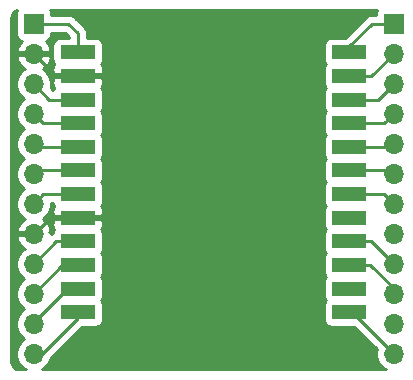
<source format=gbr>
%TF.GenerationSoftware,KiCad,Pcbnew,(5.1.12)-1*%
%TF.CreationDate,2022-06-22T11:17:58+02:00*%
%TF.ProjectId,ai-thinker-vc01,61692d74-6869-46e6-9b65-722d76633031,rev?*%
%TF.SameCoordinates,Original*%
%TF.FileFunction,Copper,L1,Top*%
%TF.FilePolarity,Positive*%
%FSLAX46Y46*%
G04 Gerber Fmt 4.6, Leading zero omitted, Abs format (unit mm)*
G04 Created by KiCad (PCBNEW (5.1.12)-1) date 2022-06-22 11:17:58*
%MOMM*%
%LPD*%
G01*
G04 APERTURE LIST*
%TA.AperFunction,ComponentPad*%
%ADD10O,1.700000X1.700000*%
%TD*%
%TA.AperFunction,ComponentPad*%
%ADD11R,1.700000X1.700000*%
%TD*%
%TA.AperFunction,SMDPad,CuDef*%
%ADD12R,3.000000X1.200000*%
%TD*%
%TA.AperFunction,Conductor*%
%ADD13C,0.250000*%
%TD*%
%TA.AperFunction,Conductor*%
%ADD14C,0.254000*%
%TD*%
%TA.AperFunction,Conductor*%
%ADD15C,0.100000*%
%TD*%
G04 APERTURE END LIST*
D10*
%TO.P,J2,12*%
%TO.N,Net-(J2-Pad12)*%
X149860000Y-104695001D03*
%TO.P,J2,11*%
%TO.N,Net-(J2-Pad11)*%
X149860000Y-102155001D03*
%TO.P,J2,10*%
%TO.N,Net-(J2-Pad10)*%
X149860000Y-99615001D03*
%TO.P,J2,9*%
%TO.N,Net-(J2-Pad9)*%
X149860000Y-97075001D03*
%TO.P,J2,8*%
%TO.N,Net-(J2-Pad8)*%
X149860000Y-94535001D03*
%TO.P,J2,7*%
%TO.N,Net-(J2-Pad7)*%
X149860000Y-91995001D03*
%TO.P,J2,6*%
%TO.N,Net-(J2-Pad6)*%
X149860000Y-89455001D03*
%TO.P,J2,5*%
%TO.N,Net-(J2-Pad5)*%
X149860000Y-86915001D03*
%TO.P,J2,4*%
%TO.N,Net-(J2-Pad4)*%
X149860000Y-84375001D03*
%TO.P,J2,3*%
%TO.N,Net-(J2-Pad3)*%
X149860000Y-81835001D03*
%TO.P,J2,2*%
%TO.N,Net-(J2-Pad2)*%
X149860000Y-79295001D03*
D11*
%TO.P,J2,1*%
%TO.N,Net-(J2-Pad1)*%
X149860000Y-76755001D03*
%TD*%
%TO.P,J1,1*%
%TO.N,Net-(J1-Pad1)*%
X119380000Y-76755001D03*
D10*
%TO.P,J1,2*%
%TO.N,GND*%
X119380000Y-79295001D03*
%TO.P,J1,3*%
%TO.N,Net-(J1-Pad3)*%
X119380000Y-81835001D03*
%TO.P,J1,4*%
%TO.N,Net-(J1-Pad4)*%
X119380000Y-84375001D03*
%TO.P,J1,5*%
%TO.N,Net-(J1-Pad5)*%
X119380000Y-86915001D03*
%TO.P,J1,6*%
%TO.N,Net-(J1-Pad6)*%
X119380000Y-89455001D03*
%TO.P,J1,7*%
%TO.N,Net-(J1-Pad7)*%
X119380000Y-91995001D03*
%TO.P,J1,8*%
%TO.N,GND*%
X119380000Y-94535001D03*
%TO.P,J1,9*%
%TO.N,Net-(J1-Pad9)*%
X119380000Y-97075001D03*
%TO.P,J1,10*%
%TO.N,Net-(J1-Pad10)*%
X119380000Y-99615001D03*
%TO.P,J1,11*%
%TO.N,Net-(J1-Pad11)*%
X119380000Y-102155001D03*
%TO.P,J1,12*%
%TO.N,Net-(J1-Pad12)*%
X119380000Y-104695001D03*
%TD*%
D12*
%TO.P,U1,24*%
%TO.N,Net-(J2-Pad1)*%
X146120000Y-79170000D03*
%TO.P,U1,23*%
%TO.N,Net-(J2-Pad2)*%
X146120000Y-81170000D03*
%TO.P,U1,22*%
%TO.N,Net-(J2-Pad3)*%
X146120000Y-83170000D03*
%TO.P,U1,21*%
%TO.N,Net-(J2-Pad4)*%
X146120000Y-85170000D03*
%TO.P,U1,20*%
%TO.N,Net-(J2-Pad5)*%
X146120000Y-87170000D03*
%TO.P,U1,19*%
%TO.N,Net-(J2-Pad6)*%
X146120000Y-89170000D03*
%TO.P,U1,18*%
%TO.N,Net-(J2-Pad7)*%
X146120000Y-91170000D03*
%TO.P,U1,17*%
%TO.N,Net-(U1-Pad17)*%
X146120000Y-93170000D03*
%TO.P,U1,16*%
%TO.N,Net-(J2-Pad9)*%
X146120000Y-95170000D03*
%TO.P,U1,15*%
%TO.N,Net-(J2-Pad10)*%
X146120000Y-97170000D03*
%TO.P,U1,14*%
%TO.N,Net-(U1-Pad14)*%
X146120000Y-99170000D03*
%TO.P,U1,13*%
%TO.N,Net-(J2-Pad12)*%
X146120000Y-101170000D03*
%TO.P,U1,12*%
%TO.N,Net-(J1-Pad12)*%
X123120000Y-101170000D03*
%TO.P,U1,11*%
%TO.N,Net-(J1-Pad11)*%
X123120000Y-99170000D03*
%TO.P,U1,10*%
%TO.N,Net-(J1-Pad10)*%
X123120000Y-97170000D03*
%TO.P,U1,9*%
%TO.N,Net-(J1-Pad9)*%
X123120000Y-95170000D03*
%TO.P,U1,8*%
%TO.N,GND*%
X123120000Y-93170000D03*
%TO.P,U1,7*%
%TO.N,Net-(J1-Pad7)*%
X123120000Y-91170000D03*
%TO.P,U1,6*%
%TO.N,Net-(J1-Pad6)*%
X123120000Y-89170000D03*
%TO.P,U1,5*%
%TO.N,Net-(J1-Pad5)*%
X123120000Y-87170000D03*
%TO.P,U1,4*%
%TO.N,Net-(J1-Pad4)*%
X123120000Y-85170000D03*
%TO.P,U1,3*%
%TO.N,Net-(J1-Pad3)*%
X123120000Y-83170000D03*
%TO.P,U1,2*%
%TO.N,GND*%
X123120000Y-81170000D03*
%TO.P,U1,1*%
%TO.N,Net-(J1-Pad1)*%
X123120000Y-79170000D03*
%TD*%
D13*
%TO.N,Net-(J1-Pad1)*%
X123120000Y-79170000D02*
X123120000Y-77540000D01*
X122335001Y-76755001D02*
X119380000Y-76755001D01*
X123120000Y-77540000D02*
X122335001Y-76755001D01*
%TO.N,Net-(J1-Pad3)*%
X120714999Y-83170000D02*
X119380000Y-81835001D01*
X123120000Y-83170000D02*
X120714999Y-83170000D01*
%TO.N,Net-(J1-Pad4)*%
X120174999Y-85170000D02*
X119380000Y-84375001D01*
X123120000Y-85170000D02*
X120174999Y-85170000D01*
%TO.N,Net-(J1-Pad5)*%
X119634999Y-87170000D02*
X119380000Y-86915001D01*
X123120000Y-87170000D02*
X119634999Y-87170000D01*
%TO.N,Net-(J1-Pad6)*%
X119665001Y-89170000D02*
X119380000Y-89455001D01*
X123120000Y-89170000D02*
X119665001Y-89170000D01*
%TO.N,Net-(J1-Pad7)*%
X120205001Y-91170000D02*
X119380000Y-91995001D01*
X123120000Y-91170000D02*
X120205001Y-91170000D01*
%TO.N,Net-(J1-Pad9)*%
X121285001Y-95170000D02*
X119380000Y-97075001D01*
X123120000Y-95170000D02*
X121285001Y-95170000D01*
%TO.N,Net-(J1-Pad10)*%
X121825001Y-97170000D02*
X119380000Y-99615001D01*
X123120000Y-97170000D02*
X121825001Y-97170000D01*
%TO.N,Net-(J1-Pad11)*%
X119380000Y-102010000D02*
X119380000Y-102155001D01*
X122220000Y-99170000D02*
X119380000Y-102010000D01*
X123120000Y-99170000D02*
X122220000Y-99170000D01*
%TO.N,Net-(J1-Pad12)*%
X123120000Y-101170000D02*
X123120000Y-101670000D01*
X120094999Y-104695001D02*
X119380000Y-104695001D01*
X123120000Y-101670000D02*
X120094999Y-104695001D01*
%TO.N,Net-(J2-Pad12)*%
X146334999Y-101170000D02*
X149860000Y-104695001D01*
X146120000Y-101170000D02*
X146334999Y-101170000D01*
%TO.N,Net-(J2-Pad10)*%
X149860000Y-99160000D02*
X149860000Y-99615001D01*
X147870000Y-97170000D02*
X149860000Y-99160000D01*
X146120000Y-97170000D02*
X147870000Y-97170000D01*
%TO.N,Net-(J2-Pad9)*%
X147954999Y-95170000D02*
X149860000Y-97075001D01*
X146120000Y-95170000D02*
X147954999Y-95170000D01*
%TO.N,Net-(J2-Pad7)*%
X149034999Y-91170000D02*
X149860000Y-91995001D01*
X146120000Y-91170000D02*
X149034999Y-91170000D01*
%TO.N,Net-(J2-Pad6)*%
X149574999Y-89170000D02*
X149860000Y-89455001D01*
X146120000Y-89170000D02*
X149574999Y-89170000D01*
%TO.N,Net-(J2-Pad5)*%
X149605001Y-87170000D02*
X149860000Y-86915001D01*
X146120000Y-87170000D02*
X149605001Y-87170000D01*
%TO.N,Net-(J2-Pad4)*%
X149065001Y-85170000D02*
X149860000Y-84375001D01*
X146120000Y-85170000D02*
X149065001Y-85170000D01*
%TO.N,Net-(J2-Pad3)*%
X148525001Y-83170000D02*
X149860000Y-81835001D01*
X146120000Y-83170000D02*
X148525001Y-83170000D01*
%TO.N,Net-(J2-Pad2)*%
X147985001Y-81170000D02*
X149860000Y-79295001D01*
X146120000Y-81170000D02*
X147985001Y-81170000D01*
%TO.N,Net-(J2-Pad1)*%
X146120000Y-79170000D02*
X146120000Y-78670000D01*
X148034999Y-76755001D02*
X149860000Y-76755001D01*
X146120000Y-78670000D02*
X148034999Y-76755001D01*
%TO.N,GND*%
X121254999Y-81170000D02*
X119380000Y-79295001D01*
X123120000Y-81170000D02*
X121254999Y-81170000D01*
X120745001Y-93170000D02*
X119380000Y-94535001D01*
X123120000Y-93170000D02*
X120745001Y-93170000D01*
X123120000Y-81170000D02*
X126890000Y-81170000D01*
X126890000Y-81170000D02*
X128270000Y-82550000D01*
X128270000Y-82550000D02*
X128270000Y-91440000D01*
X126540000Y-93170000D02*
X123120000Y-93170000D01*
X128270000Y-91440000D02*
X126540000Y-93170000D01*
%TD*%
D14*
%TO.N,GND*%
X148420498Y-75660821D02*
X148384188Y-75780519D01*
X148371928Y-75905001D01*
X148371928Y-75995001D01*
X148072332Y-75995001D01*
X148034999Y-75991324D01*
X147997666Y-75995001D01*
X147886013Y-76005998D01*
X147742752Y-76049455D01*
X147610723Y-76120027D01*
X147494998Y-76215000D01*
X147471200Y-76243998D01*
X145783271Y-77931928D01*
X144620000Y-77931928D01*
X144495518Y-77944188D01*
X144375820Y-77980498D01*
X144265506Y-78039463D01*
X144168815Y-78118815D01*
X144089463Y-78215506D01*
X144030498Y-78325820D01*
X143994188Y-78445518D01*
X143981928Y-78570000D01*
X143981928Y-79770000D01*
X143994188Y-79894482D01*
X144030498Y-80014180D01*
X144089463Y-80124494D01*
X144126809Y-80170000D01*
X144089463Y-80215506D01*
X144030498Y-80325820D01*
X143994188Y-80445518D01*
X143981928Y-80570000D01*
X143981928Y-81770000D01*
X143994188Y-81894482D01*
X144030498Y-82014180D01*
X144089463Y-82124494D01*
X144126809Y-82170000D01*
X144089463Y-82215506D01*
X144030498Y-82325820D01*
X143994188Y-82445518D01*
X143981928Y-82570000D01*
X143981928Y-83770000D01*
X143994188Y-83894482D01*
X144030498Y-84014180D01*
X144089463Y-84124494D01*
X144126809Y-84170000D01*
X144089463Y-84215506D01*
X144030498Y-84325820D01*
X143994188Y-84445518D01*
X143981928Y-84570000D01*
X143981928Y-85770000D01*
X143994188Y-85894482D01*
X144030498Y-86014180D01*
X144089463Y-86124494D01*
X144126809Y-86170000D01*
X144089463Y-86215506D01*
X144030498Y-86325820D01*
X143994188Y-86445518D01*
X143981928Y-86570000D01*
X143981928Y-87770000D01*
X143994188Y-87894482D01*
X144030498Y-88014180D01*
X144089463Y-88124494D01*
X144126809Y-88170000D01*
X144089463Y-88215506D01*
X144030498Y-88325820D01*
X143994188Y-88445518D01*
X143981928Y-88570000D01*
X143981928Y-89770000D01*
X143994188Y-89894482D01*
X144030498Y-90014180D01*
X144089463Y-90124494D01*
X144126809Y-90170000D01*
X144089463Y-90215506D01*
X144030498Y-90325820D01*
X143994188Y-90445518D01*
X143981928Y-90570000D01*
X143981928Y-91770000D01*
X143994188Y-91894482D01*
X144030498Y-92014180D01*
X144089463Y-92124494D01*
X144126809Y-92170000D01*
X144089463Y-92215506D01*
X144030498Y-92325820D01*
X143994188Y-92445518D01*
X143981928Y-92570000D01*
X143981928Y-93770000D01*
X143994188Y-93894482D01*
X144030498Y-94014180D01*
X144089463Y-94124494D01*
X144126809Y-94170000D01*
X144089463Y-94215506D01*
X144030498Y-94325820D01*
X143994188Y-94445518D01*
X143981928Y-94570000D01*
X143981928Y-95770000D01*
X143994188Y-95894482D01*
X144030498Y-96014180D01*
X144089463Y-96124494D01*
X144126809Y-96170000D01*
X144089463Y-96215506D01*
X144030498Y-96325820D01*
X143994188Y-96445518D01*
X143981928Y-96570000D01*
X143981928Y-97770000D01*
X143994188Y-97894482D01*
X144030498Y-98014180D01*
X144089463Y-98124494D01*
X144126809Y-98170000D01*
X144089463Y-98215506D01*
X144030498Y-98325820D01*
X143994188Y-98445518D01*
X143981928Y-98570000D01*
X143981928Y-99770000D01*
X143994188Y-99894482D01*
X144030498Y-100014180D01*
X144089463Y-100124494D01*
X144126809Y-100170000D01*
X144089463Y-100215506D01*
X144030498Y-100325820D01*
X143994188Y-100445518D01*
X143981928Y-100570000D01*
X143981928Y-101770000D01*
X143994188Y-101894482D01*
X144030498Y-102014180D01*
X144089463Y-102124494D01*
X144168815Y-102221185D01*
X144265506Y-102300537D01*
X144375820Y-102359502D01*
X144495518Y-102395812D01*
X144620000Y-102408072D01*
X146498270Y-102408072D01*
X148418790Y-104328593D01*
X148375000Y-104548741D01*
X148375000Y-104841261D01*
X148432068Y-105128159D01*
X148544010Y-105398412D01*
X148706525Y-105641633D01*
X148913368Y-105848476D01*
X149156589Y-106010991D01*
X149178339Y-106020000D01*
X120061661Y-106020000D01*
X120083411Y-106010991D01*
X120326632Y-105848476D01*
X120533475Y-105641633D01*
X120695990Y-105398412D01*
X120807932Y-105128159D01*
X120825634Y-105039167D01*
X123456731Y-102408072D01*
X124620000Y-102408072D01*
X124744482Y-102395812D01*
X124864180Y-102359502D01*
X124974494Y-102300537D01*
X125071185Y-102221185D01*
X125150537Y-102124494D01*
X125209502Y-102014180D01*
X125245812Y-101894482D01*
X125258072Y-101770000D01*
X125258072Y-100570000D01*
X125245812Y-100445518D01*
X125209502Y-100325820D01*
X125150537Y-100215506D01*
X125113191Y-100170000D01*
X125150537Y-100124494D01*
X125209502Y-100014180D01*
X125245812Y-99894482D01*
X125258072Y-99770000D01*
X125258072Y-98570000D01*
X125245812Y-98445518D01*
X125209502Y-98325820D01*
X125150537Y-98215506D01*
X125113191Y-98170000D01*
X125150537Y-98124494D01*
X125209502Y-98014180D01*
X125245812Y-97894482D01*
X125258072Y-97770000D01*
X125258072Y-96570000D01*
X125245812Y-96445518D01*
X125209502Y-96325820D01*
X125150537Y-96215506D01*
X125113191Y-96170000D01*
X125150537Y-96124494D01*
X125209502Y-96014180D01*
X125245812Y-95894482D01*
X125258072Y-95770000D01*
X125258072Y-94570000D01*
X125245812Y-94445518D01*
X125209502Y-94325820D01*
X125150537Y-94215506D01*
X125113191Y-94170000D01*
X125150537Y-94124494D01*
X125209502Y-94014180D01*
X125245812Y-93894482D01*
X125258072Y-93770000D01*
X125255000Y-93455750D01*
X125096250Y-93297000D01*
X123247000Y-93297000D01*
X123247000Y-93317000D01*
X122993000Y-93317000D01*
X122993000Y-93297000D01*
X121143750Y-93297000D01*
X120985000Y-93455750D01*
X120981928Y-93770000D01*
X120994188Y-93894482D01*
X121030498Y-94014180D01*
X121089463Y-94124494D01*
X121126809Y-94170000D01*
X121089463Y-94215506D01*
X121030498Y-94325820D01*
X120994188Y-94445518D01*
X120992299Y-94464697D01*
X120865000Y-94532741D01*
X120865000Y-94407999D01*
X120700156Y-94407999D01*
X120821476Y-94178111D01*
X120776825Y-94030902D01*
X120651641Y-93768081D01*
X120477588Y-93534732D01*
X120261355Y-93339823D01*
X120144466Y-93270196D01*
X120326632Y-93148476D01*
X120533475Y-92941633D01*
X120695990Y-92698412D01*
X120807932Y-92428159D01*
X120865000Y-92141261D01*
X120865000Y-91930000D01*
X121004962Y-91930000D01*
X121030498Y-92014180D01*
X121089463Y-92124494D01*
X121126809Y-92170000D01*
X121089463Y-92215506D01*
X121030498Y-92325820D01*
X120994188Y-92445518D01*
X120981928Y-92570000D01*
X120985000Y-92884250D01*
X121143750Y-93043000D01*
X122993000Y-93043000D01*
X122993000Y-93023000D01*
X123247000Y-93023000D01*
X123247000Y-93043000D01*
X125096250Y-93043000D01*
X125255000Y-92884250D01*
X125258072Y-92570000D01*
X125245812Y-92445518D01*
X125209502Y-92325820D01*
X125150537Y-92215506D01*
X125113191Y-92170000D01*
X125150537Y-92124494D01*
X125209502Y-92014180D01*
X125245812Y-91894482D01*
X125258072Y-91770000D01*
X125258072Y-90570000D01*
X125245812Y-90445518D01*
X125209502Y-90325820D01*
X125150537Y-90215506D01*
X125113191Y-90170000D01*
X125150537Y-90124494D01*
X125209502Y-90014180D01*
X125245812Y-89894482D01*
X125258072Y-89770000D01*
X125258072Y-88570000D01*
X125245812Y-88445518D01*
X125209502Y-88325820D01*
X125150537Y-88215506D01*
X125113191Y-88170000D01*
X125150537Y-88124494D01*
X125209502Y-88014180D01*
X125245812Y-87894482D01*
X125258072Y-87770000D01*
X125258072Y-86570000D01*
X125245812Y-86445518D01*
X125209502Y-86325820D01*
X125150537Y-86215506D01*
X125113191Y-86170000D01*
X125150537Y-86124494D01*
X125209502Y-86014180D01*
X125245812Y-85894482D01*
X125258072Y-85770000D01*
X125258072Y-84570000D01*
X125245812Y-84445518D01*
X125209502Y-84325820D01*
X125150537Y-84215506D01*
X125113191Y-84170000D01*
X125150537Y-84124494D01*
X125209502Y-84014180D01*
X125245812Y-83894482D01*
X125258072Y-83770000D01*
X125258072Y-82570000D01*
X125245812Y-82445518D01*
X125209502Y-82325820D01*
X125150537Y-82215506D01*
X125113191Y-82170000D01*
X125150537Y-82124494D01*
X125209502Y-82014180D01*
X125245812Y-81894482D01*
X125258072Y-81770000D01*
X125255000Y-81455750D01*
X125096250Y-81297000D01*
X123247000Y-81297000D01*
X123247000Y-81317000D01*
X122993000Y-81317000D01*
X122993000Y-81297000D01*
X121143750Y-81297000D01*
X120985000Y-81455750D01*
X120981928Y-81770000D01*
X120994188Y-81894482D01*
X121030498Y-82014180D01*
X121089463Y-82124494D01*
X121126809Y-82170000D01*
X121089463Y-82215506D01*
X121030498Y-82325820D01*
X121010743Y-82390942D01*
X120821210Y-82201409D01*
X120865000Y-81981261D01*
X120865000Y-81688741D01*
X120807932Y-81401843D01*
X120695990Y-81131590D01*
X120533475Y-80888369D01*
X120326632Y-80681526D01*
X120144466Y-80559806D01*
X120261355Y-80490179D01*
X120477588Y-80295270D01*
X120651641Y-80061921D01*
X120776825Y-79799100D01*
X120821476Y-79651891D01*
X120700155Y-79422001D01*
X119507000Y-79422001D01*
X119507000Y-79442001D01*
X119253000Y-79442001D01*
X119253000Y-79422001D01*
X118059845Y-79422001D01*
X117938524Y-79651891D01*
X117983175Y-79799100D01*
X118108359Y-80061921D01*
X118282412Y-80295270D01*
X118498645Y-80490179D01*
X118615534Y-80559806D01*
X118433368Y-80681526D01*
X118226525Y-80888369D01*
X118064010Y-81131590D01*
X117952068Y-81401843D01*
X117895000Y-81688741D01*
X117895000Y-81981261D01*
X117952068Y-82268159D01*
X118064010Y-82538412D01*
X118226525Y-82781633D01*
X118433368Y-82988476D01*
X118607760Y-83105001D01*
X118433368Y-83221526D01*
X118226525Y-83428369D01*
X118064010Y-83671590D01*
X117952068Y-83941843D01*
X117895000Y-84228741D01*
X117895000Y-84521261D01*
X117952068Y-84808159D01*
X118064010Y-85078412D01*
X118226525Y-85321633D01*
X118433368Y-85528476D01*
X118607760Y-85645001D01*
X118433368Y-85761526D01*
X118226525Y-85968369D01*
X118064010Y-86211590D01*
X117952068Y-86481843D01*
X117895000Y-86768741D01*
X117895000Y-87061261D01*
X117952068Y-87348159D01*
X118064010Y-87618412D01*
X118226525Y-87861633D01*
X118433368Y-88068476D01*
X118607760Y-88185001D01*
X118433368Y-88301526D01*
X118226525Y-88508369D01*
X118064010Y-88751590D01*
X117952068Y-89021843D01*
X117895000Y-89308741D01*
X117895000Y-89601261D01*
X117952068Y-89888159D01*
X118064010Y-90158412D01*
X118226525Y-90401633D01*
X118433368Y-90608476D01*
X118607760Y-90725001D01*
X118433368Y-90841526D01*
X118226525Y-91048369D01*
X118064010Y-91291590D01*
X117952068Y-91561843D01*
X117895000Y-91848741D01*
X117895000Y-92141261D01*
X117952068Y-92428159D01*
X118064010Y-92698412D01*
X118226525Y-92941633D01*
X118433368Y-93148476D01*
X118615534Y-93270196D01*
X118498645Y-93339823D01*
X118282412Y-93534732D01*
X118108359Y-93768081D01*
X117983175Y-94030902D01*
X117938524Y-94178111D01*
X118059845Y-94408001D01*
X119253000Y-94408001D01*
X119253000Y-94388001D01*
X119507000Y-94388001D01*
X119507000Y-94408001D01*
X119527000Y-94408001D01*
X119527000Y-94662001D01*
X119507000Y-94662001D01*
X119507000Y-94682001D01*
X119253000Y-94682001D01*
X119253000Y-94662001D01*
X118059845Y-94662001D01*
X117938524Y-94891891D01*
X117983175Y-95039100D01*
X118108359Y-95301921D01*
X118282412Y-95535270D01*
X118498645Y-95730179D01*
X118615534Y-95799806D01*
X118433368Y-95921526D01*
X118226525Y-96128369D01*
X118064010Y-96371590D01*
X117952068Y-96641843D01*
X117895000Y-96928741D01*
X117895000Y-97221261D01*
X117952068Y-97508159D01*
X118064010Y-97778412D01*
X118226525Y-98021633D01*
X118433368Y-98228476D01*
X118607760Y-98345001D01*
X118433368Y-98461526D01*
X118226525Y-98668369D01*
X118064010Y-98911590D01*
X117952068Y-99181843D01*
X117895000Y-99468741D01*
X117895000Y-99761261D01*
X117952068Y-100048159D01*
X118064010Y-100318412D01*
X118226525Y-100561633D01*
X118433368Y-100768476D01*
X118607760Y-100885001D01*
X118433368Y-101001526D01*
X118226525Y-101208369D01*
X118064010Y-101451590D01*
X117952068Y-101721843D01*
X117895000Y-102008741D01*
X117895000Y-102301261D01*
X117952068Y-102588159D01*
X118064010Y-102858412D01*
X118226525Y-103101633D01*
X118433368Y-103308476D01*
X118607760Y-103425001D01*
X118433368Y-103541526D01*
X118226525Y-103748369D01*
X118064010Y-103991590D01*
X117952068Y-104261843D01*
X117895000Y-104548741D01*
X117895000Y-104841261D01*
X117952068Y-105128159D01*
X118064010Y-105398412D01*
X118226525Y-105641633D01*
X118433368Y-105848476D01*
X118676589Y-106010991D01*
X118698339Y-106020000D01*
X118142279Y-106020000D01*
X117992131Y-106005278D01*
X117878754Y-105971047D01*
X117774183Y-105915446D01*
X117682405Y-105840594D01*
X117606909Y-105749335D01*
X117550581Y-105645160D01*
X117515560Y-105532024D01*
X117500000Y-105383979D01*
X117500000Y-76232279D01*
X117514722Y-76082131D01*
X117548953Y-75968754D01*
X117604555Y-75864181D01*
X117679407Y-75772404D01*
X117770664Y-75696909D01*
X117874844Y-75640581D01*
X117966479Y-75612214D01*
X117940498Y-75660821D01*
X117904188Y-75780519D01*
X117891928Y-75905001D01*
X117891928Y-77605001D01*
X117904188Y-77729483D01*
X117940498Y-77849181D01*
X117999463Y-77959495D01*
X118078815Y-78056186D01*
X118175506Y-78135538D01*
X118285820Y-78194503D01*
X118366466Y-78218967D01*
X118282412Y-78294732D01*
X118108359Y-78528081D01*
X117983175Y-78790902D01*
X117938524Y-78938111D01*
X118059845Y-79168001D01*
X119253000Y-79168001D01*
X119253000Y-79148001D01*
X119507000Y-79148001D01*
X119507000Y-79168001D01*
X120700155Y-79168001D01*
X120821476Y-78938111D01*
X120776825Y-78790902D01*
X120651641Y-78528081D01*
X120477588Y-78294732D01*
X120393534Y-78218967D01*
X120474180Y-78194503D01*
X120584494Y-78135538D01*
X120681185Y-78056186D01*
X120760537Y-77959495D01*
X120819502Y-77849181D01*
X120855812Y-77729483D01*
X120868072Y-77605001D01*
X120868072Y-77515001D01*
X122020200Y-77515001D01*
X122360001Y-77854802D01*
X122360001Y-77931928D01*
X121620000Y-77931928D01*
X121495518Y-77944188D01*
X121375820Y-77980498D01*
X121265506Y-78039463D01*
X121168815Y-78118815D01*
X121089463Y-78215506D01*
X121030498Y-78325820D01*
X120994188Y-78445518D01*
X120981928Y-78570000D01*
X120981928Y-79770000D01*
X120994188Y-79894482D01*
X121030498Y-80014180D01*
X121089463Y-80124494D01*
X121126809Y-80170000D01*
X121089463Y-80215506D01*
X121030498Y-80325820D01*
X120994188Y-80445518D01*
X120981928Y-80570000D01*
X120985000Y-80884250D01*
X121143750Y-81043000D01*
X122993000Y-81043000D01*
X122993000Y-81023000D01*
X123247000Y-81023000D01*
X123247000Y-81043000D01*
X125096250Y-81043000D01*
X125255000Y-80884250D01*
X125258072Y-80570000D01*
X125245812Y-80445518D01*
X125209502Y-80325820D01*
X125150537Y-80215506D01*
X125113191Y-80170000D01*
X125150537Y-80124494D01*
X125209502Y-80014180D01*
X125245812Y-79894482D01*
X125258072Y-79770000D01*
X125258072Y-78570000D01*
X125245812Y-78445518D01*
X125209502Y-78325820D01*
X125150537Y-78215506D01*
X125071185Y-78118815D01*
X124974494Y-78039463D01*
X124864180Y-77980498D01*
X124744482Y-77944188D01*
X124620000Y-77931928D01*
X123880000Y-77931928D01*
X123880000Y-77577322D01*
X123883676Y-77539999D01*
X123880000Y-77502676D01*
X123880000Y-77502667D01*
X123869003Y-77391014D01*
X123825546Y-77247753D01*
X123754974Y-77115724D01*
X123660001Y-76999999D01*
X123631002Y-76976201D01*
X122898804Y-76244003D01*
X122875002Y-76215000D01*
X122759277Y-76120027D01*
X122627248Y-76049455D01*
X122483987Y-76005998D01*
X122372334Y-75995001D01*
X122372323Y-75995001D01*
X122335001Y-75991325D01*
X122297679Y-75995001D01*
X120868072Y-75995001D01*
X120868072Y-75905001D01*
X120855812Y-75780519D01*
X120819502Y-75660821D01*
X120781647Y-75590000D01*
X148458353Y-75590000D01*
X148420498Y-75660821D01*
%TA.AperFunction,Conductor*%
D15*
G36*
X148420498Y-75660821D02*
G01*
X148384188Y-75780519D01*
X148371928Y-75905001D01*
X148371928Y-75995001D01*
X148072332Y-75995001D01*
X148034999Y-75991324D01*
X147997666Y-75995001D01*
X147886013Y-76005998D01*
X147742752Y-76049455D01*
X147610723Y-76120027D01*
X147494998Y-76215000D01*
X147471200Y-76243998D01*
X145783271Y-77931928D01*
X144620000Y-77931928D01*
X144495518Y-77944188D01*
X144375820Y-77980498D01*
X144265506Y-78039463D01*
X144168815Y-78118815D01*
X144089463Y-78215506D01*
X144030498Y-78325820D01*
X143994188Y-78445518D01*
X143981928Y-78570000D01*
X143981928Y-79770000D01*
X143994188Y-79894482D01*
X144030498Y-80014180D01*
X144089463Y-80124494D01*
X144126809Y-80170000D01*
X144089463Y-80215506D01*
X144030498Y-80325820D01*
X143994188Y-80445518D01*
X143981928Y-80570000D01*
X143981928Y-81770000D01*
X143994188Y-81894482D01*
X144030498Y-82014180D01*
X144089463Y-82124494D01*
X144126809Y-82170000D01*
X144089463Y-82215506D01*
X144030498Y-82325820D01*
X143994188Y-82445518D01*
X143981928Y-82570000D01*
X143981928Y-83770000D01*
X143994188Y-83894482D01*
X144030498Y-84014180D01*
X144089463Y-84124494D01*
X144126809Y-84170000D01*
X144089463Y-84215506D01*
X144030498Y-84325820D01*
X143994188Y-84445518D01*
X143981928Y-84570000D01*
X143981928Y-85770000D01*
X143994188Y-85894482D01*
X144030498Y-86014180D01*
X144089463Y-86124494D01*
X144126809Y-86170000D01*
X144089463Y-86215506D01*
X144030498Y-86325820D01*
X143994188Y-86445518D01*
X143981928Y-86570000D01*
X143981928Y-87770000D01*
X143994188Y-87894482D01*
X144030498Y-88014180D01*
X144089463Y-88124494D01*
X144126809Y-88170000D01*
X144089463Y-88215506D01*
X144030498Y-88325820D01*
X143994188Y-88445518D01*
X143981928Y-88570000D01*
X143981928Y-89770000D01*
X143994188Y-89894482D01*
X144030498Y-90014180D01*
X144089463Y-90124494D01*
X144126809Y-90170000D01*
X144089463Y-90215506D01*
X144030498Y-90325820D01*
X143994188Y-90445518D01*
X143981928Y-90570000D01*
X143981928Y-91770000D01*
X143994188Y-91894482D01*
X144030498Y-92014180D01*
X144089463Y-92124494D01*
X144126809Y-92170000D01*
X144089463Y-92215506D01*
X144030498Y-92325820D01*
X143994188Y-92445518D01*
X143981928Y-92570000D01*
X143981928Y-93770000D01*
X143994188Y-93894482D01*
X144030498Y-94014180D01*
X144089463Y-94124494D01*
X144126809Y-94170000D01*
X144089463Y-94215506D01*
X144030498Y-94325820D01*
X143994188Y-94445518D01*
X143981928Y-94570000D01*
X143981928Y-95770000D01*
X143994188Y-95894482D01*
X144030498Y-96014180D01*
X144089463Y-96124494D01*
X144126809Y-96170000D01*
X144089463Y-96215506D01*
X144030498Y-96325820D01*
X143994188Y-96445518D01*
X143981928Y-96570000D01*
X143981928Y-97770000D01*
X143994188Y-97894482D01*
X144030498Y-98014180D01*
X144089463Y-98124494D01*
X144126809Y-98170000D01*
X144089463Y-98215506D01*
X144030498Y-98325820D01*
X143994188Y-98445518D01*
X143981928Y-98570000D01*
X143981928Y-99770000D01*
X143994188Y-99894482D01*
X144030498Y-100014180D01*
X144089463Y-100124494D01*
X144126809Y-100170000D01*
X144089463Y-100215506D01*
X144030498Y-100325820D01*
X143994188Y-100445518D01*
X143981928Y-100570000D01*
X143981928Y-101770000D01*
X143994188Y-101894482D01*
X144030498Y-102014180D01*
X144089463Y-102124494D01*
X144168815Y-102221185D01*
X144265506Y-102300537D01*
X144375820Y-102359502D01*
X144495518Y-102395812D01*
X144620000Y-102408072D01*
X146498270Y-102408072D01*
X148418790Y-104328593D01*
X148375000Y-104548741D01*
X148375000Y-104841261D01*
X148432068Y-105128159D01*
X148544010Y-105398412D01*
X148706525Y-105641633D01*
X148913368Y-105848476D01*
X149156589Y-106010991D01*
X149178339Y-106020000D01*
X120061661Y-106020000D01*
X120083411Y-106010991D01*
X120326632Y-105848476D01*
X120533475Y-105641633D01*
X120695990Y-105398412D01*
X120807932Y-105128159D01*
X120825634Y-105039167D01*
X123456731Y-102408072D01*
X124620000Y-102408072D01*
X124744482Y-102395812D01*
X124864180Y-102359502D01*
X124974494Y-102300537D01*
X125071185Y-102221185D01*
X125150537Y-102124494D01*
X125209502Y-102014180D01*
X125245812Y-101894482D01*
X125258072Y-101770000D01*
X125258072Y-100570000D01*
X125245812Y-100445518D01*
X125209502Y-100325820D01*
X125150537Y-100215506D01*
X125113191Y-100170000D01*
X125150537Y-100124494D01*
X125209502Y-100014180D01*
X125245812Y-99894482D01*
X125258072Y-99770000D01*
X125258072Y-98570000D01*
X125245812Y-98445518D01*
X125209502Y-98325820D01*
X125150537Y-98215506D01*
X125113191Y-98170000D01*
X125150537Y-98124494D01*
X125209502Y-98014180D01*
X125245812Y-97894482D01*
X125258072Y-97770000D01*
X125258072Y-96570000D01*
X125245812Y-96445518D01*
X125209502Y-96325820D01*
X125150537Y-96215506D01*
X125113191Y-96170000D01*
X125150537Y-96124494D01*
X125209502Y-96014180D01*
X125245812Y-95894482D01*
X125258072Y-95770000D01*
X125258072Y-94570000D01*
X125245812Y-94445518D01*
X125209502Y-94325820D01*
X125150537Y-94215506D01*
X125113191Y-94170000D01*
X125150537Y-94124494D01*
X125209502Y-94014180D01*
X125245812Y-93894482D01*
X125258072Y-93770000D01*
X125255000Y-93455750D01*
X125096250Y-93297000D01*
X123247000Y-93297000D01*
X123247000Y-93317000D01*
X122993000Y-93317000D01*
X122993000Y-93297000D01*
X121143750Y-93297000D01*
X120985000Y-93455750D01*
X120981928Y-93770000D01*
X120994188Y-93894482D01*
X121030498Y-94014180D01*
X121089463Y-94124494D01*
X121126809Y-94170000D01*
X121089463Y-94215506D01*
X121030498Y-94325820D01*
X120994188Y-94445518D01*
X120992299Y-94464697D01*
X120865000Y-94532741D01*
X120865000Y-94407999D01*
X120700156Y-94407999D01*
X120821476Y-94178111D01*
X120776825Y-94030902D01*
X120651641Y-93768081D01*
X120477588Y-93534732D01*
X120261355Y-93339823D01*
X120144466Y-93270196D01*
X120326632Y-93148476D01*
X120533475Y-92941633D01*
X120695990Y-92698412D01*
X120807932Y-92428159D01*
X120865000Y-92141261D01*
X120865000Y-91930000D01*
X121004962Y-91930000D01*
X121030498Y-92014180D01*
X121089463Y-92124494D01*
X121126809Y-92170000D01*
X121089463Y-92215506D01*
X121030498Y-92325820D01*
X120994188Y-92445518D01*
X120981928Y-92570000D01*
X120985000Y-92884250D01*
X121143750Y-93043000D01*
X122993000Y-93043000D01*
X122993000Y-93023000D01*
X123247000Y-93023000D01*
X123247000Y-93043000D01*
X125096250Y-93043000D01*
X125255000Y-92884250D01*
X125258072Y-92570000D01*
X125245812Y-92445518D01*
X125209502Y-92325820D01*
X125150537Y-92215506D01*
X125113191Y-92170000D01*
X125150537Y-92124494D01*
X125209502Y-92014180D01*
X125245812Y-91894482D01*
X125258072Y-91770000D01*
X125258072Y-90570000D01*
X125245812Y-90445518D01*
X125209502Y-90325820D01*
X125150537Y-90215506D01*
X125113191Y-90170000D01*
X125150537Y-90124494D01*
X125209502Y-90014180D01*
X125245812Y-89894482D01*
X125258072Y-89770000D01*
X125258072Y-88570000D01*
X125245812Y-88445518D01*
X125209502Y-88325820D01*
X125150537Y-88215506D01*
X125113191Y-88170000D01*
X125150537Y-88124494D01*
X125209502Y-88014180D01*
X125245812Y-87894482D01*
X125258072Y-87770000D01*
X125258072Y-86570000D01*
X125245812Y-86445518D01*
X125209502Y-86325820D01*
X125150537Y-86215506D01*
X125113191Y-86170000D01*
X125150537Y-86124494D01*
X125209502Y-86014180D01*
X125245812Y-85894482D01*
X125258072Y-85770000D01*
X125258072Y-84570000D01*
X125245812Y-84445518D01*
X125209502Y-84325820D01*
X125150537Y-84215506D01*
X125113191Y-84170000D01*
X125150537Y-84124494D01*
X125209502Y-84014180D01*
X125245812Y-83894482D01*
X125258072Y-83770000D01*
X125258072Y-82570000D01*
X125245812Y-82445518D01*
X125209502Y-82325820D01*
X125150537Y-82215506D01*
X125113191Y-82170000D01*
X125150537Y-82124494D01*
X125209502Y-82014180D01*
X125245812Y-81894482D01*
X125258072Y-81770000D01*
X125255000Y-81455750D01*
X125096250Y-81297000D01*
X123247000Y-81297000D01*
X123247000Y-81317000D01*
X122993000Y-81317000D01*
X122993000Y-81297000D01*
X121143750Y-81297000D01*
X120985000Y-81455750D01*
X120981928Y-81770000D01*
X120994188Y-81894482D01*
X121030498Y-82014180D01*
X121089463Y-82124494D01*
X121126809Y-82170000D01*
X121089463Y-82215506D01*
X121030498Y-82325820D01*
X121010743Y-82390942D01*
X120821210Y-82201409D01*
X120865000Y-81981261D01*
X120865000Y-81688741D01*
X120807932Y-81401843D01*
X120695990Y-81131590D01*
X120533475Y-80888369D01*
X120326632Y-80681526D01*
X120144466Y-80559806D01*
X120261355Y-80490179D01*
X120477588Y-80295270D01*
X120651641Y-80061921D01*
X120776825Y-79799100D01*
X120821476Y-79651891D01*
X120700155Y-79422001D01*
X119507000Y-79422001D01*
X119507000Y-79442001D01*
X119253000Y-79442001D01*
X119253000Y-79422001D01*
X118059845Y-79422001D01*
X117938524Y-79651891D01*
X117983175Y-79799100D01*
X118108359Y-80061921D01*
X118282412Y-80295270D01*
X118498645Y-80490179D01*
X118615534Y-80559806D01*
X118433368Y-80681526D01*
X118226525Y-80888369D01*
X118064010Y-81131590D01*
X117952068Y-81401843D01*
X117895000Y-81688741D01*
X117895000Y-81981261D01*
X117952068Y-82268159D01*
X118064010Y-82538412D01*
X118226525Y-82781633D01*
X118433368Y-82988476D01*
X118607760Y-83105001D01*
X118433368Y-83221526D01*
X118226525Y-83428369D01*
X118064010Y-83671590D01*
X117952068Y-83941843D01*
X117895000Y-84228741D01*
X117895000Y-84521261D01*
X117952068Y-84808159D01*
X118064010Y-85078412D01*
X118226525Y-85321633D01*
X118433368Y-85528476D01*
X118607760Y-85645001D01*
X118433368Y-85761526D01*
X118226525Y-85968369D01*
X118064010Y-86211590D01*
X117952068Y-86481843D01*
X117895000Y-86768741D01*
X117895000Y-87061261D01*
X117952068Y-87348159D01*
X118064010Y-87618412D01*
X118226525Y-87861633D01*
X118433368Y-88068476D01*
X118607760Y-88185001D01*
X118433368Y-88301526D01*
X118226525Y-88508369D01*
X118064010Y-88751590D01*
X117952068Y-89021843D01*
X117895000Y-89308741D01*
X117895000Y-89601261D01*
X117952068Y-89888159D01*
X118064010Y-90158412D01*
X118226525Y-90401633D01*
X118433368Y-90608476D01*
X118607760Y-90725001D01*
X118433368Y-90841526D01*
X118226525Y-91048369D01*
X118064010Y-91291590D01*
X117952068Y-91561843D01*
X117895000Y-91848741D01*
X117895000Y-92141261D01*
X117952068Y-92428159D01*
X118064010Y-92698412D01*
X118226525Y-92941633D01*
X118433368Y-93148476D01*
X118615534Y-93270196D01*
X118498645Y-93339823D01*
X118282412Y-93534732D01*
X118108359Y-93768081D01*
X117983175Y-94030902D01*
X117938524Y-94178111D01*
X118059845Y-94408001D01*
X119253000Y-94408001D01*
X119253000Y-94388001D01*
X119507000Y-94388001D01*
X119507000Y-94408001D01*
X119527000Y-94408001D01*
X119527000Y-94662001D01*
X119507000Y-94662001D01*
X119507000Y-94682001D01*
X119253000Y-94682001D01*
X119253000Y-94662001D01*
X118059845Y-94662001D01*
X117938524Y-94891891D01*
X117983175Y-95039100D01*
X118108359Y-95301921D01*
X118282412Y-95535270D01*
X118498645Y-95730179D01*
X118615534Y-95799806D01*
X118433368Y-95921526D01*
X118226525Y-96128369D01*
X118064010Y-96371590D01*
X117952068Y-96641843D01*
X117895000Y-96928741D01*
X117895000Y-97221261D01*
X117952068Y-97508159D01*
X118064010Y-97778412D01*
X118226525Y-98021633D01*
X118433368Y-98228476D01*
X118607760Y-98345001D01*
X118433368Y-98461526D01*
X118226525Y-98668369D01*
X118064010Y-98911590D01*
X117952068Y-99181843D01*
X117895000Y-99468741D01*
X117895000Y-99761261D01*
X117952068Y-100048159D01*
X118064010Y-100318412D01*
X118226525Y-100561633D01*
X118433368Y-100768476D01*
X118607760Y-100885001D01*
X118433368Y-101001526D01*
X118226525Y-101208369D01*
X118064010Y-101451590D01*
X117952068Y-101721843D01*
X117895000Y-102008741D01*
X117895000Y-102301261D01*
X117952068Y-102588159D01*
X118064010Y-102858412D01*
X118226525Y-103101633D01*
X118433368Y-103308476D01*
X118607760Y-103425001D01*
X118433368Y-103541526D01*
X118226525Y-103748369D01*
X118064010Y-103991590D01*
X117952068Y-104261843D01*
X117895000Y-104548741D01*
X117895000Y-104841261D01*
X117952068Y-105128159D01*
X118064010Y-105398412D01*
X118226525Y-105641633D01*
X118433368Y-105848476D01*
X118676589Y-106010991D01*
X118698339Y-106020000D01*
X118142279Y-106020000D01*
X117992131Y-106005278D01*
X117878754Y-105971047D01*
X117774183Y-105915446D01*
X117682405Y-105840594D01*
X117606909Y-105749335D01*
X117550581Y-105645160D01*
X117515560Y-105532024D01*
X117500000Y-105383979D01*
X117500000Y-76232279D01*
X117514722Y-76082131D01*
X117548953Y-75968754D01*
X117604555Y-75864181D01*
X117679407Y-75772404D01*
X117770664Y-75696909D01*
X117874844Y-75640581D01*
X117966479Y-75612214D01*
X117940498Y-75660821D01*
X117904188Y-75780519D01*
X117891928Y-75905001D01*
X117891928Y-77605001D01*
X117904188Y-77729483D01*
X117940498Y-77849181D01*
X117999463Y-77959495D01*
X118078815Y-78056186D01*
X118175506Y-78135538D01*
X118285820Y-78194503D01*
X118366466Y-78218967D01*
X118282412Y-78294732D01*
X118108359Y-78528081D01*
X117983175Y-78790902D01*
X117938524Y-78938111D01*
X118059845Y-79168001D01*
X119253000Y-79168001D01*
X119253000Y-79148001D01*
X119507000Y-79148001D01*
X119507000Y-79168001D01*
X120700155Y-79168001D01*
X120821476Y-78938111D01*
X120776825Y-78790902D01*
X120651641Y-78528081D01*
X120477588Y-78294732D01*
X120393534Y-78218967D01*
X120474180Y-78194503D01*
X120584494Y-78135538D01*
X120681185Y-78056186D01*
X120760537Y-77959495D01*
X120819502Y-77849181D01*
X120855812Y-77729483D01*
X120868072Y-77605001D01*
X120868072Y-77515001D01*
X122020200Y-77515001D01*
X122360001Y-77854802D01*
X122360001Y-77931928D01*
X121620000Y-77931928D01*
X121495518Y-77944188D01*
X121375820Y-77980498D01*
X121265506Y-78039463D01*
X121168815Y-78118815D01*
X121089463Y-78215506D01*
X121030498Y-78325820D01*
X120994188Y-78445518D01*
X120981928Y-78570000D01*
X120981928Y-79770000D01*
X120994188Y-79894482D01*
X121030498Y-80014180D01*
X121089463Y-80124494D01*
X121126809Y-80170000D01*
X121089463Y-80215506D01*
X121030498Y-80325820D01*
X120994188Y-80445518D01*
X120981928Y-80570000D01*
X120985000Y-80884250D01*
X121143750Y-81043000D01*
X122993000Y-81043000D01*
X122993000Y-81023000D01*
X123247000Y-81023000D01*
X123247000Y-81043000D01*
X125096250Y-81043000D01*
X125255000Y-80884250D01*
X125258072Y-80570000D01*
X125245812Y-80445518D01*
X125209502Y-80325820D01*
X125150537Y-80215506D01*
X125113191Y-80170000D01*
X125150537Y-80124494D01*
X125209502Y-80014180D01*
X125245812Y-79894482D01*
X125258072Y-79770000D01*
X125258072Y-78570000D01*
X125245812Y-78445518D01*
X125209502Y-78325820D01*
X125150537Y-78215506D01*
X125071185Y-78118815D01*
X124974494Y-78039463D01*
X124864180Y-77980498D01*
X124744482Y-77944188D01*
X124620000Y-77931928D01*
X123880000Y-77931928D01*
X123880000Y-77577322D01*
X123883676Y-77539999D01*
X123880000Y-77502676D01*
X123880000Y-77502667D01*
X123869003Y-77391014D01*
X123825546Y-77247753D01*
X123754974Y-77115724D01*
X123660001Y-76999999D01*
X123631002Y-76976201D01*
X122898804Y-76244003D01*
X122875002Y-76215000D01*
X122759277Y-76120027D01*
X122627248Y-76049455D01*
X122483987Y-76005998D01*
X122372334Y-75995001D01*
X122372323Y-75995001D01*
X122335001Y-75991325D01*
X122297679Y-75995001D01*
X120868072Y-75995001D01*
X120868072Y-75905001D01*
X120855812Y-75780519D01*
X120819502Y-75660821D01*
X120781647Y-75590000D01*
X148458353Y-75590000D01*
X148420498Y-75660821D01*
G37*
%TD.AperFunction*%
%TD*%
M02*

</source>
